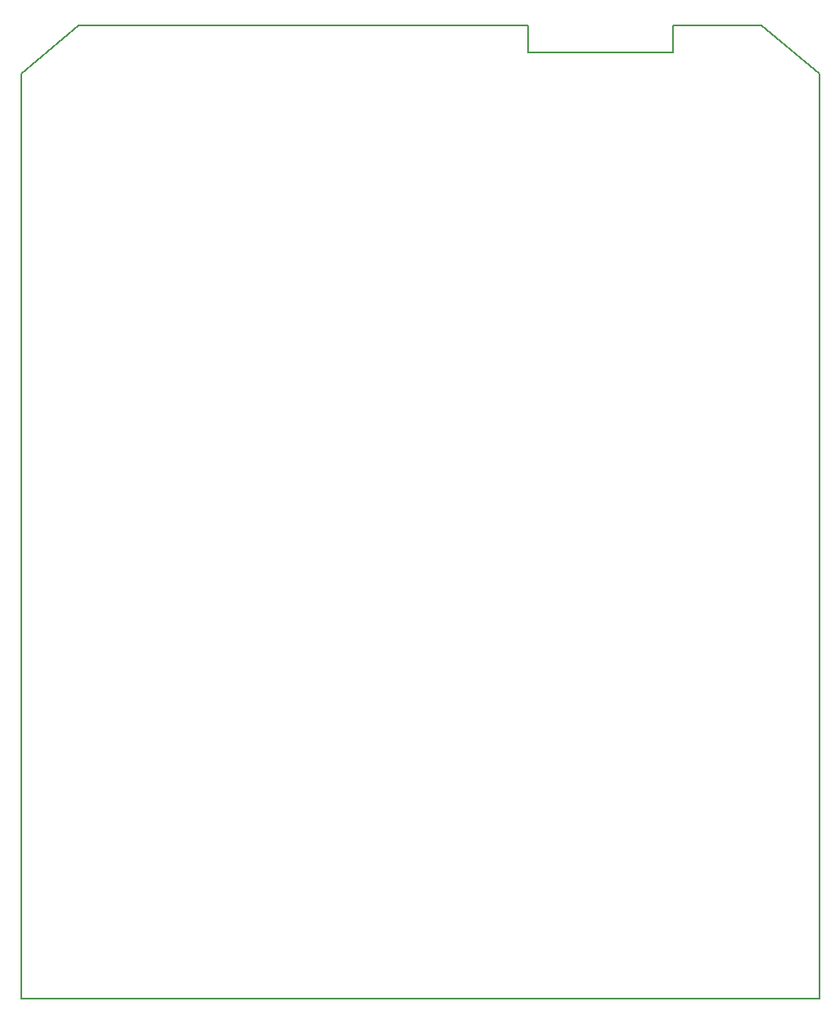
<source format=gm1>
G04 #@! TF.GenerationSoftware,KiCad,Pcbnew,(6.0.5-0)*
G04 #@! TF.CreationDate,2023-01-01T23:21:56+00:00*
G04 #@! TF.ProjectId,bms,626d732e-6b69-4636-9164-5f7063625858,rev?*
G04 #@! TF.SameCoordinates,Original*
G04 #@! TF.FileFunction,Profile,NP*
%FSLAX46Y46*%
G04 Gerber Fmt 4.6, Leading zero omitted, Abs format (unit mm)*
G04 Created by KiCad (PCBNEW (6.0.5-0)) date 2023-01-01 23:21:56*
%MOMM*%
%LPD*%
G01*
G04 APERTURE LIST*
G04 #@! TA.AperFunction,Profile*
%ADD10C,0.200000*%
G04 #@! TD*
G04 APERTURE END LIST*
D10*
X170330000Y-53832000D02*
X176330000Y-58832000D01*
X93780000Y-58832000D02*
X99780000Y-53832000D01*
X161217000Y-53832000D02*
X170330000Y-53832000D01*
X176330000Y-58832000D02*
X176330000Y-154432000D01*
X146231000Y-56642000D02*
X146231000Y-53832000D01*
X161217000Y-53832000D02*
X161217000Y-56642000D01*
X146231000Y-53832000D02*
X99780000Y-53832000D01*
X146231000Y-56642000D02*
X161217000Y-56642000D01*
X176330000Y-154432000D02*
X93780000Y-154432000D01*
X93780000Y-58832000D02*
X93780000Y-154432000D01*
M02*

</source>
